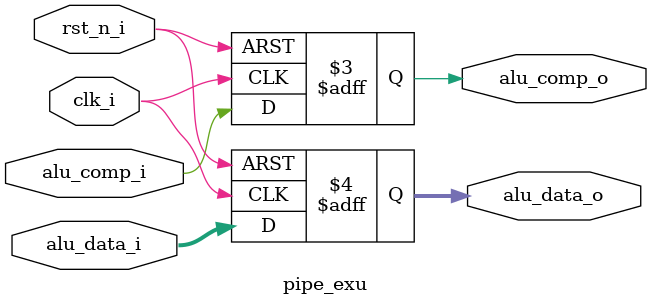
<source format=sv>
/*
 * pipe_exu.sv
 *
 *  Created on: 2021-08-03 10:30
 *      Author: Jack Chen <redchenjs@live.com>
 */

module pipe_exu #(
    parameter XLEN = 32
) (
    input logic clk_i,
    input logic rst_n_i,

    input logic            alu_comp_i,
    input logic [XLEN-1:0] alu_data_i,

    output logic            alu_comp_o,
    output logic [XLEN-1:0] alu_data_o
);

always_ff @(posedge clk_i or negedge rst_n_i)
begin
    if (!rst_n_i) begin
        alu_comp_o <= 1'b0;
        alu_data_o <= {XLEN{1'b0}};
    end else begin
        alu_comp_o <= alu_comp_i;
        alu_data_o <= alu_data_i;
    end
end

endmodule

</source>
